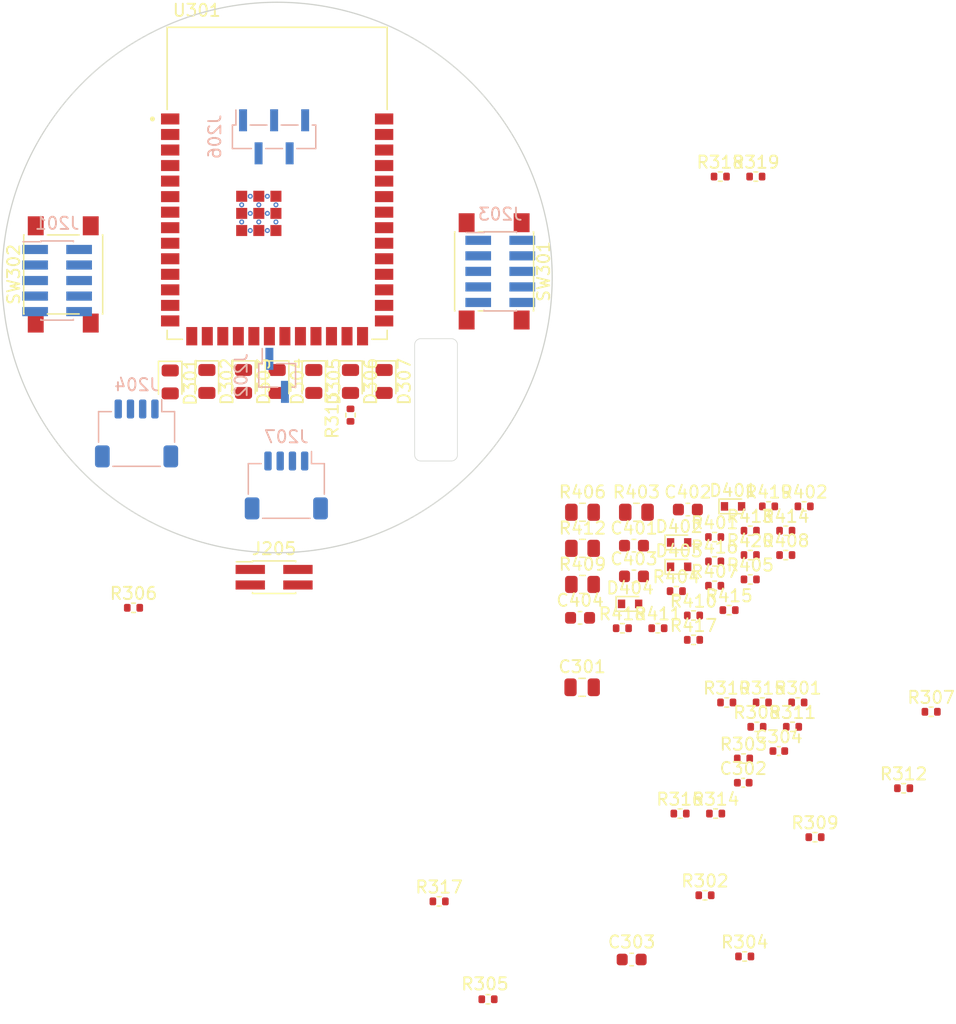
<source format=kicad_pcb>
(kicad_pcb (version 20211014) (generator pcbnew)
  (layers (0 "F.Cu" signal) (31 "B.Cu" signal) (34 "B.Paste" user) (35 "F.Paste" user) (36 "B.SilkS" user "B.Silkscreen") (37 "F.SilkS" user "F.Silkscreen") (38 "B.Mask" user) (39 "F.Mask" user) (44 "Edge.Cuts" user))
  (net 0 "")
  (net 1 "+3.3V")
  (net 2 "/P3 ESP32/CHIP_PU")
  (net 3 "/P3 ESP32/BOOT{slash}USER1")
  (net 4 "Cell1ADC")
  (net 5 "Cell2ADC")
  (net 6 "Cell3ADC")
  (net 7 "Cell4ADC")
  (net 12 "I2C_SDA")
  (net 13 "USBPD_INT_N")
  (net 14 "BQ_CHRG_OK")
  (net 15 "I2C_SCL")
  (net 16 "+3V3")
  (net 26 "C_USB_D+")
  (net 27 "C_USB_D-")
  (net 36 "BQ_IBAT")
  (net 37 "BQ_IADPT")
  (net 38 "BQ_CMPOUT")
  (net 39 "BQ_EN_OTG")
  (net 40 "MAINLED_PWM")
  (net 41 "GND")
  (net 42 "MAINLED_nFTL")
  (net 43 "UART_TXDO")
  (net 44 "UART_RXDO")
  (net 45 "/P3 ESP32/LED0")
  (net 46 "/P3 ESP32/L0a")
  (net 47 "/P3 ESP32/LED1")
  (net 48 "/P3 ESP32/L1a")
  (net 49 "/P3 ESP32/LED2")
  (net 50 "/P3 ESP32/L2a")
  (net 51 "/P3 ESP32/LED3")
  (net 52 "/P3 ESP32/L3a")
  (net 53 "/P3 ESP32/LED4")
  (net 54 "/P3 ESP32/L4a")
  (net 55 "/P3 ESP32/LED5")
  (net 56 "/P3 ESP32/L5a")
  (net 57 "/P3 ESP32/LED6")
  (net 58 "/P3 ESP32/L6a")
  (net 59 "Cell4")
  (net 60 "Cell3")
  (net 61 "Cell2")
  (net 62 "Cell1")
  (net 63 "/P3 ESP32/USB_D+")
  (net 64 "/P3 ESP32/USB_D-")
  (net 65 "/P3 ESP32/Select 1")
  (net 66 "/P3 ESP32/Select 2")
  (net 67 "/P3 ESP32/Select 3")
  (net 68 "Cell4Balance")
  (net 69 "/P4 Batsense-Balancing/nCell4Balance")
  (net 70 "Net-(Q402-PadD)")
  (net 71 "Cell3Balance")
  (net 72 "/P4 Batsense-Balancing/nCell3Balance")
  (net 73 "Net-(Q404-PadD)")
  (net 74 "Cell2Balance")
  (net 75 "/P4 Batsense-Balancing/nCell2Balance")
  (net 76 "Net-(Q406-PadD)")
  (net 77 "Cell1Balance")
  (net 78 "/P4 Batsense-Balancing/nCell1Balance")
  (net 79 "Net-(Q408-PadD)")
  (footprint "Capacitor_SMD:C_0603_1608Metric" (layer "F.Cu") (at 179.19 121.92)
    (fp_text reference "C401" (at 0 -1.43) (layer "F.SilkS"))
    (fp_text value "1u")
    (pad "1" smd roundrect (at -0.775 0) (size 0.9 0.95) (layers "F.Cu" "F.Paste" "F.Mask") (net 4 "Cell1ADC"))
    (pad "2" smd roundrect (at 0.775 0) (size 0.9 0.95) (layers "F.Cu" "F.Paste" "F.Mask") (net 41 "GND"))
  )
  (footprint "Resistor_SMD:R_0805_2012Metric" (layer "F.Cu") (at 179.39 119.19)
    (fp_text reference "R403" (at 0 -1.65) (layer "F.SilkS"))
    (fp_text value "100R")
    (pad "1" smd roundrect (at -0.9125 0) (size 1.025 1.4) (layers "F.Cu" "F.Paste" "F.Mask") (roundrect_rratio 0.243902) (net 70 "Net-(Q402-PadD)"))
    (pad "2" smd roundrect (at 0.9125 0) (size 1.025 1.4) (layers "F.Cu" "F.Paste" "F.Mask") (roundrect_rratio 0.243902) (net 60 "Cell3"))
  )
  (footprint "Resistor_SMD:R_0402_1005Metric" (layer "F.Cu") (at 184.06 127.63)
    (fp_text reference "R410" (at 0 -1.17) (layer "F.SilkS"))
    (fp_text value "10k")
    (pad "1" smd roundrect (at -0.51 0) (size 0.54 0.64) (layers "F.Cu" "F.Paste" "F.Mask") (net 77 "Cell1Balance"))
    (pad "2" smd roundrect (at 0.51 0) (size 0.54 0.64) (layers "F.Cu" "F.Paste" "F.Mask") (net 41 "GND"))
  )
  (footprint "Resistor_SMD:R_0402_1005Metric" (layer "F.Cu") (at 194 145.75)
    (fp_text reference "R309" (at 0 -1.17) (layer "F.SilkS"))
    (fp_text value "240R")
    (pad "1" smd roundrect (at -0.51 0) (size 0.54 0.64) (layers "F.Cu" "F.Paste" "F.Mask") (net 1 "+3.3V"))
    (pad "2" smd roundrect (at 0.51 0) (size 0.54 0.64) (layers "F.Cu" "F.Paste" "F.Mask") (net 48 "/P3 ESP32/L1a"))
  )
  (footprint "Resistor_SMD:R_0402_1005Metric" (layer "F.Cu") (at 178.24 128.67)
    (fp_text reference "R418" (at 0 -1.17) (layer "F.SilkS"))
    (fp_text value "10k")
    (pad "1" smd roundrect (at -0.51 0) (size 0.54 0.64) (layers "F.Cu" "F.Paste" "F.Mask") (net 6 "Cell3ADC"))
    (pad "2" smd roundrect (at 0.51 0) (size 0.54 0.64) (layers "F.Cu" "F.Paste" "F.Mask") (net 41 "GND"))
  )
  (footprint "Diode_SMD:D_SOD-523" (layer "F.Cu") (at 182.885 121.66)
    (fp_text reference "D402" (at 0 -1.3) (layer "F.SilkS"))
    (fp_text value "3v3")
    (pad "1" smd rect (at -0.7 0 180) (size 0.6 0.7) (layers "F.Cu" "F.Paste" "F.Mask") (net 41 "GND"))
    (pad "2" smd rect (at 0.7 0 180) (size 0.6 0.7) (layers "F.Cu" "F.Paste" "F.Mask") (net 5 "Cell2ADC"))
  )
  (footprint "LED_SMD:LED_0805_2012Metric" (layer "F.Cu") (at 150 108.5 -90)
    (fp_text reference "D304" (at 0 -1.65 -90) (layer "F.SilkS"))
    (fp_text value "GREEN LED")
    (pad "1" smd roundrect (at -0.9375 0 270) (size 0.975 1.4) (layers "F.Cu" "F.Paste" "F.Mask") (net 51 "/P3 ESP32/LED3"))
    (pad "2" smd roundrect (at 0.9375 0 270) (size 0.975 1.4) (layers "F.Cu" "F.Paste" "F.Mask") (net 52 "/P3 ESP32/L3a"))
  )
  (footprint "Capacitor_SMD:C_0805_2012Metric" (layer "F.Cu") (at 174.95 133.5)
    (fp_text reference "C301" (at 0 -1.68) (layer "F.SilkS"))
    (fp_text value "10u")
    (pad "1" smd roundrect (at -0.95 0) (size 1 1.45) (layers "F.Cu" "F.Paste" "F.Mask") (net 1 "+3.3V"))
    (pad "2" smd roundrect (at 0.95 0) (size 1 1.45) (layers "F.Cu" "F.Paste" "F.Mask") (net 41 "GND"))
  )
  (footprint "Resistor_SMD:R_0402_1005Metric" (layer "F.Cu") (at 189.16 91.75)
    (fp_text reference "R319" (at 0 -1.17) (layer "F.SilkS"))
    (fp_text value "5k1")
    (pad "1" smd roundrect (at -0.51 0) (size 0.54 0.64) (layers "F.Cu" "F.Paste" "F.Mask") (net 1 "+3.3V"))
    (pad "2" smd roundrect (at 0.51 0) (size 0.54 0.64) (layers "F.Cu" "F.Paste" "F.Mask") (net 15 "I2C_SCL"))
  )
  (footprint "Resistor_SMD:R_0402_1005Metric" (layer "F.Cu") (at 186.78 134.74)
    (fp_text reference "R310" (at 0 -1.17) (layer "F.SilkS"))
    (fp_text value "240R")
    (pad "1" smd roundrect (at -0.51 0) (size 0.54 0.64) (layers "F.Cu" "F.Paste" "F.Mask") (net 1 "+3.3V"))
    (pad "2" smd roundrect (at 0.51 0) (size 0.54 0.64) (layers "F.Cu" "F.Paste" "F.Mask") (net 50 "/P3 ESP32/L2a"))
  )
  (footprint "Resistor_SMD:R_0402_1005Metric" (layer "F.Cu") (at 185 150.5)
    (fp_text reference "R302" (at 0 -1.17) (layer "F.SilkS"))
    (fp_text value "100k")
    (pad "1" smd roundrect (at -0.51 0) (size 0.54 0.64) (layers "F.Cu" "F.Paste" "F.Mask") (net 1 "+3.3V"))
    (pad "2" smd roundrect (at 0.51 0) (size 0.54 0.64) (layers "F.Cu" "F.Paste" "F.Mask") (net 3 "/P3 ESP32/BOOT{slash}USER1"))
  )
  (footprint "Resistor_SMD:R_0402_1005Metric" (layer "F.Cu") (at 188.15 139.32)
    (fp_text reference "R303" (at 0 -1.17) (layer "F.SilkS"))
    (fp_text value "JMP")
    (pad "1" smd roundrect (at -0.51 0) (size 0.54 0.64) (layers "F.Cu" "F.Paste" "F.Mask") (net 63 "/P3 ESP32/USB_D+"))
    (pad "2" smd roundrect (at 0.51 0) (size 0.54 0.64) (layers "F.Cu" "F.Paste" "F.Mask") (net 26 "C_USB_D+"))
  )
  (footprint "Resistor_SMD:R_0402_1005Metric" (layer "F.Cu") (at 185.79 123.21)
    (fp_text reference "R416" (at 0 -1.17) (layer "F.SilkS"))
    (fp_text value "19k1")
    (pad "1" smd roundrect (at -0.51 0) (size 0.54 0.64) (layers "F.Cu" "F.Paste" "F.Mask") (net 5 "Cell2ADC"))
    (pad "2" smd roundrect (at 0.51 0) (size 0.54 0.64) (layers "F.Cu" "F.Paste" "F.Mask") (net 41 "GND"))
  )
  (footprint "Resistor_SMD:R_0402_1005Metric" (layer "F.Cu") (at 203.5 135.5)
    (fp_text reference "R307" (at 0 -1.17) (layer "F.SilkS"))
    (fp_text value "100k")
    (pad "1" smd roundrect (at -0.51 0) (size 0.54 0.64) (layers "F.Cu" "F.Paste" "F.Mask") (net 67 "/P3 ESP32/Select 3"))
    (pad "2" smd roundrect (at 0.51 0) (size 0.54 0.64) (layers "F.Cu" "F.Paste" "F.Mask") (net 41 "GND"))
  )
  (footprint "Button_Switch_SMD:SW_Push_1P1T_NO_6x6mm_H9.5mm" (layer "F.Cu") (at 167.75 99.5 -90)
    (fp_text reference "SW301" (at 0 -4.05 90) (layer "F.SilkS"))
    (fp_text value "SW_Push")
    (pad "1" smd rect (at 3.975 -2.25 270) (size 1.55 1.3) (layers "F.Cu" "F.Paste" "F.Mask") (net 41 "GND"))
    (pad "1" smd rect (at -3.975 -2.25 270) (size 1.55 1.3) (layers "F.Cu" "F.Paste" "F.Mask") (net 41 "GND"))
    (pad "2" smd rect (at 3.975 2.25 270) (size 1.55 1.3) (layers "F.Cu" "F.Paste" "F.Mask") (net 2 "/P3 ESP32/CHIP_PU"))
    (pad "2" smd rect (at -3.975 2.25 270) (size 1.55 1.3) (layers "F.Cu" "F.Paste" "F.Mask") (net 2 "/P3 ESP32/CHIP_PU"))
  )
  (footprint "Diode_SMD:D_SOD-523" (layer "F.Cu") (at 182.885 123.65)
    (fp_text reference "D403" (at 0 -1.3) (layer "F.SilkS"))
    (fp_text value "3v3")
    (pad "1" smd rect (at -0.7 0 180) (size 0.6 0.7) (layers "F.Cu" "F.Paste" "F.Mask") (net 41 "GND"))
    (pad "2" smd rect (at 0.7 0 180) (size 0.6 0.7) (layers "F.Cu" "F.Paste" "F.Mask") (net 6 "Cell3ADC"))
  )
  (footprint "Resistor_SMD:R_0402_1005Metric" (layer "F.Cu") (at 163.25 151)
    (fp_text reference "R317" (at 0 -1.17) (layer "F.SilkS"))
    (fp_text value "DNP")
    (pad "1" smd roundrect (at -0.51 0) (size 0.54 0.64) (layers "F.Cu" "F.Paste" "F.Mask") (net 1 "+3.3V"))
    (pad "2" smd roundrect (at 0.51 0) (size 0.54 0.64) (layers "F.Cu" "F.Paste" "F.Mask") (net 67 "/P3 ESP32/Select 3"))
  )
  (footprint "Resistor_SMD:R_0402_1005Metric" (layer "F.Cu") (at 185.79 125.2)
    (fp_text reference "R407" (at 0 -1.17) (layer "F.SilkS"))
    (fp_text value "10k")
    (pad "1" smd roundrect (at -0.51 0) (size 0.54 0.64) (layers "F.Cu" "F.Paste" "F.Mask") (net 74 "Cell2Balance"))
    (pad "2" smd roundrect (at 0.51 0) (size 0.54 0.64) (layers "F.Cu" "F.Paste" "F.Mask") (net 41 "GND"))
  )
  (footprint "Resistor_SMD:R_0402_1005Metric" (layer "F.Cu") (at 193.11 118.71)
    (fp_text reference "R402" (at 0 -1.17) (layer "F.SilkS"))
    (fp_text value "10k")
    (pad "1" smd roundrect (at -0.51 0) (size 0.54 0.64) (layers "F.Cu" "F.Paste" "F.Mask") (net 59 "Cell4"))
    (pad "2" smd roundrect (at 0.51 0) (size 0.54 0.64) (layers "F.Cu" "F.Paste" "F.Mask") (net 69 "/P4 Batsense-Balancing/nCell4Balance"))
  )
  (footprint "LED_SMD:LED_0805_2012Metric" (layer "F.Cu") (at 153 108.5 -90)
    (fp_text reference "D305" (at 0 -1.65 -90) (layer "F.SilkS"))
    (fp_text value "GREEN LED")
    (pad "1" smd roundrect (at -0.9375 0 270) (size 0.975 1.4) (layers "F.Cu" "F.Paste" "F.Mask") (net 53 "/P3 ESP32/LED4"))
    (pad "2" smd roundrect (at 0.9375 0 270) (size 0.975 1.4) (layers "F.Cu" "F.Paste" "F.Mask") (net 54 "/P3 ESP32/L4a"))
  )
  (footprint "Resistor_SMD:R_0805_2012Metric" (layer "F.Cu") (at 174.98 119.19)
    (fp_text reference "R406" (at 0 -1.65) (layer "F.SilkS"))
    (fp_text value "100R")
    (pad "1" smd roundrect (at -0.9125 0) (size 1.025 1.4) (layers "F.Cu" "F.Paste" "F.Mask") (roundrect_rratio 0.243902) (net 73 "Net-(Q404-PadD)"))
    (pad "2" smd roundrect (at 0.9125 0) (size 1.025 1.4) (layers "F.Cu" "F.Paste" "F.Mask") (roundrect_rratio 0.243902) (net 61 "Cell2"))
  )
  (footprint "Imported:XCVR_ESP32-S3-WROOM-1" (layer "F.Cu") (at 150 92.3)
    (fp_text reference "U301" (at -6.575 -14.135) (layer "F.SilkS"))
    (fp_text value "ESP32-S3-WROOM-1")
    (pad "1" smd rect (at -8.75 -5.26) (size 1.5 0.9) (layers "F.Cu" "F.Paste" "F.Mask") (net 41 "GND"))
    (pad "2" smd rect (at -8.75 -3.99) (size 1.5 0.9) (layers "F.Cu" "F.Paste" "F.Mask") (net 1 "+3.3V"))
    (pad "3" smd rect (at -8.75 -2.72) (size 1.5 0.9) (layers "F.Cu" "F.Paste" "F.Mask") (net 2 "/P3 ESP32/CHIP_PU"))
    (pad "4" smd rect (at -8.75 -1.45) (size 1.5 0.9) (layers "F.Cu" "F.Paste" "F.Mask") (net 4 "Cell1ADC"))
    (pad "5" smd rect (at -8.75 -0.18) (size 1.5 0.9) (layers "F.Cu" "F.Paste" "F.Mask") (net 5 "Cell2ADC"))
    (pad "6" smd rect (at -8.75 1.09) (size 1.5 0.9) (layers "F.Cu" "F.Paste" "F.Mask") (net 6 "Cell3ADC"))
    (pad "7" smd rect (at -8.75 2.36) (size 1.5 0.9) (layers "F.Cu" "F.Paste" "F.Mask") (net 7 "Cell4ADC"))
    (pad "8" smd rect (at -8.75 3.63) (size 1.5 0.9) (layers "F.Cu" "F.Paste" "F.Mask"))
    (pad "9" smd rect (at -8.75 4.9) (size 1.5 0.9) (layers "F.Cu" "F.Paste" "F.Mask"))
    (pad "10" smd rect (at -8.75 6.17) (size 1.5 0.9) (layers "F.Cu" "F.Paste" "F.Mask"))
    (pad "11" smd rect (at -8.75 7.44) (size 1.5 0.9) (layers "F.Cu" "F.Paste" "F.Mask"))
    (pad "12" smd rect (at -8.75 8.71) (size 1.5 0.9) (layers "F.Cu" "F.Paste" "F.Mask") (net 38 "BQ_CMPOUT"))
    (pad "13" smd rect (at -8.75 9.98) (size 1.5 0.9) (layers "F.Cu" "F.Paste" "F.Mask") (net 64 "/P3 ESP32/USB_D-"))
    (pad "14" smd rect (at -8.75 11.25) (size 1.5 0.9) (layers "F.Cu" "F.Paste" "F.Mask") (net 63 "/P3 ESP32/USB_D+"))
    (pad "15" smd rect (at -6.985 12.5) (size 0.9 1.5) (layers "F.Cu" "F.Paste" "F.Mask") (net 67 "/P3 ESP32/Select 3"))
    (pad "16" smd rect (at -5.715 12.5) (size 0.9 1.5) (layers "F.Cu" "F.Paste" "F.Mask") (net 66 "/P3 ESP32/Select 2"))
    (pad "17" smd rect (at -4.445 12.5) (size 0.9 1.5) (layers "F.Cu" "F.Paste" "F.Mask"))
    (pad "18" smd rect (at -3.175 12.5) (size 0.9 1.5) (layers "F.Cu" "F.Paste" "F.Mask"))
    (pad "19" smd rect (at -1.905 12.5) (size 0.9 1.5) (layers "F.Cu" "F.Paste" "F.Mask"))
    (pad "20" smd rect (at -0.635 12.5) (size 0.9 1.5) (layers "F.Cu" "F.Paste" "F.Mask"))
    (pad "21" smd rect (at 0.635 12.5) (size 0.9 1.5) (layers "F.Cu" "F.Paste" "F.Mask"))
    (pad "22" smd rect (at 1.905 12.5) (size 0.9 1.5) (layers "F.Cu" "F.Paste" "F.Mask"))
    (pad "23" smd rect (at 3.175 12.5) (size 0.9 1.5) (layers "F.Cu" "F.Paste" "F.Mask"))
    (pad "24" smd rect (at 4.445 12.5) (size 0.9 1.5) (layers "F.Cu" "F.Paste" "F.Mask"))
    (pad "25" smd rect (at 5.715 12.5) (size 0.9 1.5) (layers "F.Cu" "F.Paste" "F.Mask"))
    (pad "26" smd rect (at 6.985 12.5) (size 0.9 1.5) (layers "F.Cu" "F.Paste" "F.Mask") (net 65 "/P3 ESP32/Select 1"))
    (pad "27" smd rect (at 8.75 11.25) (size 1.5 0.9) (layers "F.Cu" "F.Paste" "F.Mask") (net 3 "/P3 ESP32/BOOT{slash}USER1"))
    (pad "28" smd rect (at 8.75 9.98) (size 1.5 0.9) (layers "F.Cu" "F.Paste" "F.Mask"))
    (pad "29" smd rect (at 8.75 8.71) (size 1.5 0.9) (layers "F.Cu" "F.Paste" "F.Mask"))
    (pad "30" smd rect (at 8.75 7.44) (size 1.5 0.9) (layers "F.Cu" "F.Paste" "F.Mask"))
    (pad "31" smd rect (at 8.75 6.17) (size 1.5 0.9) (layers "F.Cu" "F.Paste" "F.Mask"))
    (pad "32" smd rect (at 8.75 4.9) (size 1.5 0.9) (layers "F.Cu" "F.Paste" "F.Mask"))
    (pad "33" smd rect (at 8.75 3.63) (size 1.5 0.9) (layers "F.Cu" "F.Paste" "F.Mask"))
    (pad "34" smd rect (at 8.75 2.36) (size 1.5 0.9) (layers "F.Cu" "F.Paste" "F.Mask"))
    (pad "35" smd rect (at 8.75 1.09) (size 1.5 0.9) (layers "F.Cu" "F.Paste" "F.Mask"))
    (pad "36" smd rect (at 8.75 -0.18) (size 1.5 0.9) (layers "F.Cu" "F.Paste" "F.Mask") (net 44 "UART_RXDO"))
    (pad "37" smd rect (at 8.75 -1.45) (size 1.5 0.9) (layers "F.Cu" "F.Paste" "F.Mask") (net 43 "UART_TXDO"))
    (pad "38" smd rect (at 8.75 -2.72) (size 1.5 0.9) (layers "F.Cu" "F.Paste" "F.Mask") (net 37 "BQ_IADPT"))
    (pad "39" smd rect (at 8.75 -3.99) (size 1.5 0.9) (layers "F.Cu" "F.Paste" "F.Mask") (net 36 "BQ_IBAT"))
    (pad "40" smd rect (at 8.75 -5.26) (size 1.5 0.9) (layers "F.Cu" "F.Paste" "F.Mask") (net 41 "GND"))
    (pad "41_1" smd rect (at -1.5 2.46) (size 0.9 0.9) (layers "F.Cu" "F.Paste" "F.Mask") (net 41 "GND"))
    (pad "41_2" smd rect (at -2.9 2.46) (size 0.9 0.9) (layers "F.Cu" "F.Paste" "F.Mask") (net 41 "GND"))
    (pad "41_3" smd rect (at -0.1 2.46) (size 0.9 0.9) (layers "F.Cu" "F.Paste" "F.Mask") (net 41 "GND"))
    (pad "41_4" smd rect (at -2.9 3.86) (size 0.9 0.9) (layers "F.Cu" "F.Paste" "F.Mask") (net 41 "GND"))
    (pad "41_5" smd rect (at -1.5 3.86) (size 0.9 0.9) (layers "F.Cu" "F.Paste" "F.Mask") (net 41 "GND"))
    (pad "41_6" smd rect (at -0.1 3.86) (size 0.9 0.9) (layers "F.Cu" "F.Paste" "F.Mask") (net 41 "GND"))
    (pad "41_7" smd rect (at -2.9 1.06) (size 0.9 0.9) (layers "F.Cu" "F.Paste" "F.Mask") (net 41 "GND"))
    (pad "41_8" smd rect (at -1.5 1.06) (size 0.9 0.9) (layers "F.Cu" "F.Paste" "F.Mask") (net 41 "GND"))
    (pad "41_9" smd rect (at -0.1 1.06) (size 0.9 0.9) (layers "F.Cu" "F.Paste" "F.Mask") (net 41 "GND"))
    (pad "41_10" thru_hole circle (at -1.5 1.76) (size 0.4 0.4) (drill 0.2) (layers *.Cu))
    (pad "41_11" thru_hole circle (at -2.9 1.76) (size 0.4 0.4) (drill 0.2) (layers *.Cu))
    (pad "41_12" thru_hole circle (at -0.1 1.76) (size 0.4 0.4) (drill 0.2) (layers *.Cu))
    (pad "41_13" thru_hole circle (at -2.9 3.16) (size 0.4 0.4) (drill 0.2) (layers *.Cu))
    (pad "41_14" thru_hole circle (at -1.5 3.16) (size 0.4 0.4) (drill 0.2) (layers *.Cu))
    (pad "41_15" thru_hole circle (at -0.1 3.16) (size 0.4 0.4) (drill 0.2) (layers *.Cu))
    (pad "41_16" thru_hole circle (at -2.2 1.06) (size 0.4 0.4) (drill 0.2) (layers *.Cu))
    (pad "41_17" thru_hole circle (at -0.8 1.06) (size 0.4 0.4) (drill 0.2) (layers *.Cu))
    (pad "41_18" thru_hole circle (at -2.2 2.46) (size 0.4 0.4) (drill 0.2) (layers *.Cu))
    (pad "41_19" thru_hole circle (at -0.8 2.46) (size 0.4 0.4) (drill 0.2) (layers *.Cu))
    (pad "41_20" thru_hole circle (at -2.2 3.86) (size 0.4 0.4) (drill 0.2) (layers *.Cu))
    (pad "41_21" thru_hole circle (at -0.8 3.86) (size 0.4 0.4) (drill 0.2) (layers *.Cu))
  )
  (footprint "Connector_PinHeader_1.27mm:PinHeader_2x02_P1.27mm_Vertical_SMD" (layer "F.Cu") (at 149.75 124.5)
    (fp_text reference "J205" (at 0 -2.33) (layer "F.SilkS"))
    (fp_text value "DNP")
    (pad "1" smd rect (at -1.95 -0.635) (size 2.4 0.74) (layers "F.Cu" "F.Paste" "F.Mask") (net 16 "+3V3"))
    (pad "2" smd rect (at 1.95 -0.635) (size 2.4 0.74) (layers "F.Cu" "F.Paste" "F.Mask") (net 44 "UART_RXDO"))
    (pad "3" smd rect (at -1.95 0.635) (size 2.4 0.74) (layers "F.Cu" "F.Paste" "F.Mask") (net 43 "UART_TXDO"))
    (pad "4" smd rect (at 1.95 0.635) (size 2.4 0.74) (layers "F.Cu" "F.Paste" "F.Mask") (net 41 "GND"))
  )
  (footprint "Resistor_SMD:R_0402_1005Metric" (layer "F.Cu") (at 182.65 125.64)
    (fp_text reference "R404" (at 0 -1.17) (layer "F.SilkS"))
    (fp_text value "10k")
    (pad "1" smd roundrect (at -0.51 0) (size 0.54 0.64) (layers "F.Cu" "F.Paste" "F.Mask") (net 71 "Cell3Balance"))
    (pad "2" smd roundrect (at 0.51 0) (size 0.54 0.64) (layers "F.Cu" "F.Paste" "F.Mask") (net 41 "GND"))
  )
  (footprint "Resistor_SMD:R_0402_1005Metric" (layer "F.Cu") (at 191.61 122.69)
    (fp_text reference "R408" (at 0 -1.17) (layer "F.SilkS"))
    (fp_text value "10k")
    (pad "1" smd roundrect (at -0.51 0) (size 0.54 0.64) (layers "F.Cu" "F.Paste" "F.Mask") (net 61 "Cell2"))
    (pad "2" smd roundrect (at 0.51 0) (size 0.54 0.64) (layers "F.Cu" "F.Paste" "F.Mask") (net 75 "/P4 Batsense-Balancing/nCell2Balance"))
  )
  (footprint "Resistor_SMD:R_0805_2012Metric" (layer "F.Cu") (at 174.98 122.14)
    (fp_text reference "R412" (at 0 -1.65) (layer "F.SilkS"))
    (fp_text value "100R")
    (pad "1" smd roundrect (at -0.9125 0) (size 1.025 1.4) (layers "F.Cu" "F.Paste" "F.Mask") (roundrect_rratio 0.243902) (net 79 "Net-(Q408-PadD)"))
    (pad "2" smd roundrect (at 0.9125 0) (size 1.025 1.4) (layers "F.Cu" "F.Paste" "F.Mask") (roundrect_rratio 0.243902) (net 41 "GND"))
  )
  (footprint "Button_Switch_SMD:SW_Push_1P1T_NO_6x6mm_H9.5mm" (layer "F.Cu") (at 132.5 99.75 90)
    (fp_text reference "SW302" (at 0 -4.05 90) (layer "F.SilkS"))
    (fp_text value "SW_Push")
    (pad "1" smd rect (at -3.975 -2.25 90) (size 1.55 1.3) (layers "F.Cu" "F.Paste" "F.Mask") (net 41 "GND"))
    (pad "1" smd rect (at 3.975 -2.25 90) (size 1.55 1.3) (layers "F.Cu" "F.Paste" "F.Mask") (net 41 "GND"))
    (pad "2" smd rect (at 3.975 2.25 90) (size 1.55 1.3) (layers "F.Cu" "F.Paste" "F.Mask") (net 3 "/P3 ESP32/BOOT{slash}USER1"))
    (pad "2" smd rect (at -3.975 2.25 90) (size 1.55 1.3) (layers "F.Cu" "F.Paste" "F.Mask") (net 3 "/P3 ESP32/BOOT{slash}USER1"))
  )
  (footprint "Diode_SMD:D_SOD-523" (layer "F.Cu") (at 178.875 126.68)
    (fp_text reference "D404" (at 0 -1.3) (layer "F.SilkS"))
    (fp_text value "3v3")
    (pad "1" smd rect (at -0.7 0 180) (size 0.6 0.7) (layers "F.Cu" "F.Paste" "F.Mask") (net 41 "GND"))
    (pad "2" smd rect (at 0.7 0 180) (size 0.6 0.7) (layers "F.Cu" "F.Paste" "F.Mask") (net 7 "Cell4ADC"))
  )
  (footprint "Resistor_SMD:R_0402_1005Metric" (layer "F.Cu") (at 188.7 122.69)
    (fp_text reference "R420" (at 0 -1.17) (layer "F.SilkS"))
    (fp_text value "10k")
    (pad "1" smd roundrect (at -0.51 0) (size 0.54 0.64) (layers "F.Cu" "F.Paste" "F.Mask") (net 7 "Cell4ADC"))
    (pad "2" smd roundrect (at 0.51 0) (size 0.54 0.64) (layers "F.Cu" "F.Paste" "F.Mask") (net 41 "GND"))
  )
  (footprint "Resistor_SMD:R_0402_1005Metric" (layer "F.Cu") (at 167.25 159)
    (fp_text reference "R305" (at -0.25 -1.25) (layer "F.SilkS"))
    (fp_text value "100k")
    (pad "1" smd roundrect (at -0.51 0) (size 0.54 0.64) (layers "F.Cu" "F.Paste" "F.Mask") (net 65 "/P3 ESP32/Select 1"))
    (pad "2" smd roundrect (at 0.51 0) (size 0.54 0.64) (layers "F.Cu" "F.Paste" "F.Mask") (net 41 "GND"))
  )
  (footprint "Capacitor_SMD:C_0603_1608Metric" (layer "F.Cu") (at 179 155.75)
    (fp_text reference "C303" (at 0 -1.43) (layer "F.SilkS"))
    (fp_text value "1u")
    (pad "1" smd roundrect (at -0.775 0) (size 0.9 0.95) (layers "F.Cu" "F.Paste" "F.Mask") (net 2 "/P3 ESP32/CHIP_PU"))
    (pad "2" smd roundrect (at 0.775 0) (size 0.9 0.95) (layers "F.Cu" "F.Paste" "F.Mask") (net 41 "GND"))
  )
  (footprint "Resistor_SMD:R_0402_1005Metric" (layer "F.Cu") (at 190.2 118.71)
    (fp_text reference "R419" (at 0 -1.17) (layer "F.SilkS"))
    (fp_text value "10k")
    (pad "1" smd roundrect (at -0.51 0) (size 0.54 0.64) (layers "F.Cu" "F.Paste" "F.Mask") (net 59 "Cell4"))
    (pad "2" smd roundrect (at 0.51 0) (size 0.54 0.64) (layers "F.Cu" "F.Paste" "F.Mask") (net 7 "Cell4ADC"))
  )
  (footprint "LED_SMD:LED_0805_2012Metric" (layer "F.Cu") (at 141.25 108.5375 -90)
    (fp_text reference "D301" (at 0 -1.65 -90) (layer "F.SilkS"))
    (fp_text value "RED LED")
    (pad "1" smd roundrect (at -0.9375 0 270) (size 0.975 1.4) (layers "F.Cu" "F.Paste" "F.Mask") (net 45 "/P3 ESP32/LED0"))
    (pad "2" smd roundrect (at 0.9375 0 270) (size 0.975 1.4) (layers "F.Cu" "F.Paste" "F.Mask") (net 46 "/P3 ESP32/L0a"))
  )
  (footprint "Diode_SMD:D_SOD-523" (layer "F.Cu") (at 187.295 118.71)
    (fp_text reference "D401" (at 0 -1.3) (layer "F.SilkS"))
    (fp_text value "3v3")
    (pad "1" smd rect (at -0.7 0 180) (size 0.6 0.7) (layers "F.Cu" "F.Paste" "F.Mask") (net 41 "GND"))
    (pad "2" smd rect (at 0.7 0 180) (size 0.6 0.7) (layers "F.Cu" "F.Paste" "F.Mask") (net 4 "Cell1ADC"))
  )
  (footprint "Resistor_SMD:R_0402_1005Metric" (layer "F.Cu") (at 185.87 143.82)
    (fp_text reference "R314" (at 0 -1.17) (layer "F.SilkS"))
    (fp_text value "240R")
    (pad "1" smd roundrect (at -0.51 0) (size 0.54 0.64) (layers "F.Cu" "F.Paste" "F.Mask") (net 1 "+3.3V"))
    (pad "2" smd roundrect (at 0.51 0) (size 0.54 0.64) (layers "F.Cu" "F.Paste" "F.Mask") (net 58 "/P3 ESP32/L6a"))
  )
  (footprint "Resistor_SMD:R_0805_2012Metric" (layer "F.Cu") (at 174.98 125.09)
    (fp_text reference "R409" (at 0 -1.65) (layer "F.SilkS"))
    (fp_text value "100R")
    (pad "1" smd roundrect (at -0.9125 0) (size 1.025 1.4) (layers "F.Cu" "F.Paste" "F.Mask") (roundrect_rratio 0.243902) (net 76 "Net-(Q406-PadD)"))
    (pad "2" smd roundrect (at 0.9125 0) (size 1.025 1.4) (layers "F.Cu" "F.Paste" "F.Mask") (roundrect_rratio 0.243902) (net 62 "Cell1"))
  )
  (footprint "LED_SMD:LED_0805_2012Metric" (layer "F.Cu") (at 144.25 108.5 -90)
    (fp_text reference "D302" (at 0 -1.65 -90) (layer "F.SilkS"))
    (fp_text value "ORANGE LED")
    (pad "1" smd roundrect (at -0.9375 0 270) (size 0.975 1.4) (layers "F.Cu" "F.Paste" "F.Mask") (net 47 "/P3 ESP32/LED1"))
    (pad "2" smd roundrect (at 0.9375 0 270) (size 0.975 1.4) (layers "F.Cu" "F.Paste" "F.Mask") (net 48 "/P3 ESP32/L1a"))
  )
  (footprint "Resistor_SMD:R_0402_1005Metric" (layer "F.Cu") (at 192.6 134.74)
    (fp_text reference "R301" (at 0 -1.17) (layer "F.SilkS"))
    (fp_text value "10k")
    (pad "1" smd roundrect (at -0.51 0) (size 0.54 0.64) (layers "F.Cu" "F.Paste" "F.Mask") (net 1 "+3.3V"))
    (pad "2" smd roundrect (at 0.51 0) (size 0.54 0.64) (layers "F.Cu" "F.Paste" "F.Mask") (net 2 "/P3 ESP32/CHIP_PU"))
  )
  (footprint "LED_SMD:LED_0805_2012Metric" (layer "F.Cu") (at 158.75 108.5 -90)
    (fp_text reference "D307" (at 0 -1.65 -90) (layer "F.SilkS"))
    (fp_text value "GREEN LED")
    (pad "1" smd roundrect (at -0.9375 0 270) (size 0.975 1.4) (layers "F.Cu" "F.Paste" "F.Mask") (net 57 "/P3 ESP32/LED6"))
    (pad "2" smd roundrect (at 0.9375 0 270) (size 0.975 1.4) (layers "F.Cu" "F.Paste" "F.Mask") (net 58 "/P3 ESP32/L6a"))
  )
  (footprint "Capacitor_SMD:C_0603_1608Metric" (layer "F.Cu") (at 179.19 124.43)
    (fp_text reference "C403" (at 0 -1.43) (layer "F.SilkS"))
    (fp_text value "1u")
    (pad "1" smd roundrect (at -0.775 0) (size 0.9 0.95) (layers "F.Cu" "F.Paste" "F.Mask") (net 6 "Cell3ADC"))
    (pad "2" smd roundrect (at 0.775 0) (size 0.9 0.95) (layers "F.Cu" "F.Paste" "F.Mask") (net 41 "GND"))
  )
  (footprint "Resistor_SMD:R_0402_1005Metric" (layer "F.Cu") (at 182.96 143.82)
    (fp_text reference "R316" (at 0 -1.17) (layer "F.SilkS"))
    (fp_text value "DNP")
    (pad "1" smd roundrect (at -0.51 0) (size 0.54 0.64) (layers "F.Cu" "F.Paste" "F.Mask") (net 1 "+3.3V"))
    (pad "2" smd roundrect (at 0.51 0) (size 0.54 0.64) (layers "F.Cu" "F.Paste" "F.Mask") (net 66 "/P3 ESP32/Select 2"))
  )
  (footprint "Resistor_SMD:R_0402_1005Metric" (layer "F.Cu") (at 138.25 127)
    (fp_text reference "R306" (at 0 -1.17) (layer "F.SilkS"))
    (fp_text value "100k")
    (pad "1" smd roundrect (at -0.51 0) (size 0.54 0.64) (layers "F.Cu" "F.Paste" "F.Mask") (net 66 "/P3 ESP32/Select 2"))
    (pad "2" smd roundrect (at 0.51 0) (size 0.54 0.64) (layers "F.Cu" "F.Paste" "F.Mask") (net 41 "GND"))
  )
  (footprint "Resistor_SMD:R_0402_1005Metric" (layer "F.Cu") (at 184.06 129.62)
    (fp_text reference "R417" (at 0 -1.17) (layer "F.SilkS"))
    (fp_text value "40k2")
    (pad "1" smd roundrect (at -0.51 0) (size 0.54 0.64) (layers "F.Cu" "F.Paste" "F.Mask") (net 60 "Cell3"))
    (pad "2" smd roundrect (at 0.51 0) (size 0.54 0.64) (layers "F.Cu" "F.Paste" "F.Mask") (net 6 "Cell3ADC"))
  )
  (footprint "Resistor_SMD:R_0402_1005Metric" (layer "F.Cu") (at 189.69 134.74)
    (fp_text reference "R315" (at 0 -1.17) (layer "F.SilkS"))
    (fp_text value "DNP")
    (pad "1" smd roundrect (at -0.51 0) (size 0.54 0.64) (layers "F.Cu" "F.Paste" "F.Mask") (net 1 "+3.3V"))
    (pad "2" smd roundrect (at 0.51 0) (size 0.54 0.64) (layers "F.Cu" "F.Paste" "F.Mask") (net 65 "/P3 ESP32/Select 1"))
  )
  (footprint "Resistor_SMD:R_0402_1005Metric" (layer "F.Cu") (at 186.25 91.75)
    (fp_text reference "R318" (at 0 -1.17) (layer "F.SilkS"))
    (fp_text value "5k1")
    (pad "1" smd roundrect (at -0.51 0) (size 0.54 0.64) (layers "F.Cu" "F.Paste" "F.Mask") (net 1 "+3.3V"))
    (pad "2" smd roundrect (at 0.51 0) (size 0.54 0.64) (layers "F.Cu" "F.Paste" "F.Mask") (net 12 "I2C_SDA"))
  )
  (footprint "Resistor_SMD:R_0402_1005Metric" (layer "F.Cu") (at 192.16 136.73)
    (fp_text reference "R311" (at 0 -1.17) (layer "F.SilkS"))
    (fp_text value "240R")
    (pad "1" smd roundrect (at -0.51 0) (size 0.54 0.64) (layers "F.Cu" "F.Paste" "F.Mask") (net 1 "+3.3V"))
    (pad "2" smd roundrect (at 0.51 0) (size 0.54 0.64) (layers "F.Cu" "F.Paste" "F.Mask") (net 52 "/P3 ESP32/L3a"))
  )
  (footprint "Resistor_SMD:R_0402_1005Metric" (layer "F.Cu") (at 189.25 136.73)
    (fp_text reference "R308" (at 0 -1.17) (layer "F.SilkS"))
    (fp_text value "240R")
    (pad "1" smd roundrect (at -0.51 0) (size 0.54 0.64) (layers "F.Cu" "F.Paste" "F.Mask") (net 1 "+3.3V"))
    (pad "2" smd roundrect (at 0.51 0) (size 0.54 0.64) (layers "F.Cu" "F.Paste" "F.Mask") (net 46 "/P3 ESP32/L0a"))
  )
  (footprint "Resistor_SMD:R_0402_1005Metric" (layer "F.Cu") (at 201.25 141.75)
    (fp_text reference "R312" (at 0 -1.17) (layer "F.SilkS"))
    (fp_text value "240R")
    (pad "1" smd roundrect (at -0.51 0) (size 0.54 0.64) (layers "F.Cu" "F.Paste" "F.Mask") (net 1 "+3.3V"))
    (pad "2" smd roundrect (at 0.51 0) (size 0.54 0.64) (layers "F.Cu" "F.Paste" "F.Mask") (net 54 "/P3 ESP32/L4a"))
  )
  (footprint "Capacitor_SMD:C_0402_1005Metric" (layer "F.Cu") (at 191.04 138.71)
    (fp_text reference "C304" (at 0 -1.16) (layer "F.SilkS"))
    (fp_text value "100n")
    (pad "1" smd roundrect (at -0.48 0) (size 0.56 0.62) (layers "F.Cu" "F.Paste" "F.Mask") (net 41 "GND"))
    (pad "2" smd roundrect (at 0.48 0) (size 0.56 0.62) (layers "F.Cu" "F.Paste" "F.Mask") (net 3 "/P3 ESP32/BOOT{slash}USER1"))
  )
  (footprint "Resistor_SMD:R_0402_1005Metric" (layer "F.Cu") (at 181.15 128.67)
    (fp_text reference "R411" (at 0 -1.17) (layer "F.SilkS"))
    (fp_text value "10k")
    (pad "1" smd roundrect (at -0.51 0) (size 0.54 0.64) (layers "F.Cu" "F.Paste" "F.Mask") (net 62 "Cell1"))
    (pad "2" smd roundrect (at 0.51 0) (size 0.54 0.64) (layers "F.Cu" "F.Paste" "F.Mask") (net 78 "/P4 Batsense-Balancing/nCell1Balance"))
  )
  (footprint "Capacitor_SMD:C_0603_1608Metric" (layer "F.Cu") (at 174.78 127.82)
    (fp_text reference "C404" (at 0 -1.43) (layer "F.SilkS"))
    (fp_text value "1u")
    (pad "1" smd roundrect (at -0.775 0) (size 0.9 0.95) (layers "F.Cu" "F.Paste" "F.Mask") (net 7 "Cell4ADC"))
    (pad "2" smd roundrect (at 0.775 0) (size 0.9 0.95) (layers "F.Cu" "F.Paste" "F.Mask") (net 41 "GND"))
  )
  (footprint "LED_SMD:LED_0805_2012Metric" (layer "F.Cu") (at 156 108.5 -90)
    (fp_text reference "D306" (at 0 -1.65 -90) (layer "F.SilkS"))
    (fp_text value "GREEN LED")
    (pad "1" smd roundrect (at -0.9375 0 270) (size 0.975 1.4) (layers "F.Cu" "F.Paste" "F.Mask") (net 55 "/P3 ESP32/LED5"))
    (pad "2" smd roundrect (at 0.9375 0 270) (size 0.975 1.4) (layers "F.Cu" "F.Paste" "F.Mask") (net 56 "/P3 ESP32/L5a"))
  )
  (footprint "Capacitor_SMD:C_0402_1005Metric" (layer "F.Cu") (at 188.13 141.3)
    (fp_text reference "C302" (at 0 -1.16) (layer "F.SilkS"))
    (fp_text value "100n")
    (pad "1" smd roundrect (at -0.48 0) (size 0.56 0.62) (layers "F.Cu" "F.Paste" "F.Mask") (net 1 "+3.3V"))
    (pad "2" smd roundrect (at 0.48 0) (size 0.56 0.62) (layers "F.Cu" "F.Paste" "F.Mask") (net 41 "GND"))
  )
  (footprint "LED_SMD:LED_0805_2012Metric" (layer "F.Cu") (at 147.25 108.5 -90)
    (fp_text reference "D303" (at 0 -1.65 -90) (layer "F.SilkS"))
    (fp_text value "GREEN LED")
    (pad "1" smd roundrect (at -0.9375 0 270) (size 0.975 1.4) (layers "F.Cu" "F.Paste" "F.Mask") (net 49 "/P3 ESP32/LED2"))
    (pad "2" smd roundrect (at 0.9375 0 270) (size 0.975 1.4) (layers "F.Cu" "F.Paste" "F.Mask") (net 50 "/P3 ESP32/L2a"))
  )
  (footprint "Resistor_SMD:R_0402_1005Metric" (layer "F.Cu") (at 156 111.25 90)
    (fp_text reference "R313" (at -0.01 -1.5 90) (layer "F.SilkS"))
    (fp_text value "240R")
    (pad "1" smd roundrect (at -0.51 0 90) (size 0.54 0.64) (layers "F.Cu" "F.Paste" "F.Mask") (net 1 "+3.3V"))
    (pad "2" smd roundrect (at 0.51 0 90) (size 0.54 0.64) (layers "F.Cu" "F.Paste" "F.Mask") (net 56 "/P3 ESP32/L5a"))
  )
  (footprint "Eldalote-footprints:USB-C cutout" (layer "F.Cu") (at 163 110 90)
    (fp_text reference "REF**")
    (fp_text value "USB-C cutout")
    (fp_poly (pts (arc (start -4.5 1.75) (mid -4.853553 1.603553) (end -5 1.25)) (arc (start -5 -1.25) (mid -4.853553 -1.603553) (end -4.5 -1.75)) (arc (start 4.5 -1.75) (mid 4.853553 -1.603553) (end 5 -1.25)) (arc (start 5 1.25) (mid 4.853553 1.603553) (end 4.5 1.75))) (layer "Edge.Cuts") (width 0.05) (fill none))
  )
  (footprint "Resistor_SMD:R_0402_1005Metric" (layer "F.Cu") (at 188.25 155.5)
    (fp_text reference "R304" (at 0 -1.17) (layer "F.SilkS"))
    (fp_text value "JMP")
    (pad "1" smd roundrect (at -0.51 0) (size 0.54 0.64) (layers "F.Cu" "F.Paste" "F.Mask") (net 64 "/P3 ESP32/USB_D-"))
    (pad "2" smd roundrect (at 0.51 0) (size 0.54 0.64) (layers "F.Cu" "F.Paste" "F.Mask") (net 27 "C_USB_D-"))
  )
  (footprint "Capacitor_SMD:C_0603_1608Metric" (layer "F.Cu") (at 183.6 118.97)
    (fp_text reference "C402" (at 0 -1.43) (layer "F.SilkS"))
    (fp_text value "1u")
    (pad "1" smd roundrect (at -0.775 0) (size 0.9 0.95) (layers "F.Cu" "F.Paste" "F.Mask") (net 5 "Cell2ADC"))
    (pad "2" smd roundrect (at 0.775 0) (size 0.9 0.95) (layers "F.Cu" "F.Paste" "F.Mask") (net 41 "GND"))
  )
  (footprint "Resistor_SMD:R_0402_1005Metric" (layer "F.Cu") (at 188.7 124.68)
    (fp_text reference "R405" (at 0 -1.17) (layer "F.SilkS"))
    (fp_text value "10k")
    (pad "1" smd roundrect (at -0.51 0) (size 0.54 0.64) (layers "F.Cu" "F.Paste" "F.Mask") (net 60 "Cell3"))
    (pad "2" smd roundrect (at 0.51 0) (size 0.54 0.64) (layers "F.Cu" "F.Paste" "F.Mask") (net 72 "/P4 Batsense-Balancing/nCell3Balance"))
  )
  (footprint "Resistor_SMD:R_0402_1005Metric" (layer "F.Cu") (at 191.61 120.7)
    (fp_text reference "R414" (at 0 -1.17) (layer "F.SilkS"))
    (fp_text value "19k1")
    (pad "1" smd roundrect (at -0.51 0) (size 0.54 0.64) (layers "F.Cu" "F.Paste" "F.Mask") (net 4 "Cell1ADC"))
    (pad "2" smd roundrect (at 0.51 0) (size 0.54 0.64) (layers "F.Cu" "F.Paste" "F.Mask") (net 41 "GND"))
  )
  (footprint "Resistor_SMD:R_0402_1005Metric" (layer "F.Cu") (at 188.7 120.7)
    (fp_text reference "R413" (at 0 -1.17) (layer "F.SilkS"))
    (fp_text value "10k")
    (pad "1" smd roundrect (at -0.51 0) (size 0.54 0.64) (layers "F.Cu" "F.Paste" "F.Mask") (net 62 "Cell1"))
    (pad "2" smd roundrect (at 0.51 0) (size 0.54 0.64) (layers "F.Cu" "F.Paste" "F.Mask") (net 4 "Cell1ADC"))
  )
  (footprint "Resistor_SMD:R_0402_1005Metric" (layer "F.Cu") (at 185.79 121.22)
    (fp_text reference "R401" (at 0 -1.17) (layer "F.SilkS"))
    (fp_text value "10k")
    (pad "1" smd roundrect (at -0.51 0) (size 0.54 0.64) (layers "F.Cu" "F.Paste" "F.Mask") (net 68 "Cell4Balance"))
    (pad "2" smd roundrect (at 0.51 0) (size 0.54 0.64) (layers "F.Cu" "F.Paste" "F.Mask") (net 41 "GND"))
  )
  (footprint "Resistor_SMD:R_0402_1005Metric" (layer "F.Cu") (at 186.97 127.19)
    (fp_text reference "R415" (at 0 -1.17) (layer "F.SilkS"))
    (fp_text value "40k2")
    (pad "1" smd roundrect (at -0.51 0) (size 0.54 0.64) (layers "F.Cu" "F.Paste" "F.Mask") (net 61 "Cell2"))
    (pad "2" smd roundrect (at 0.51 0) (size 0.54 0.64) (layers "F.Cu" "F.Paste" "F.Mask") (net 5 "Cell2ADC"))
  )
  (footprint "Connector_JST:JST_SH_SM04B-SRSS-TB_1x04-1MP_P1.00mm_Horizontal" (layer "B.Cu") (at 138.5 112.75 180)
    (fp_text reference "J204" (at 0 3.98) (layer "B.SilkS") (effects (justify mirror)))
    (fp_text value "JST_SM04B")
    (pad "1" smd roundrect (at -1.5 2 180) (size 0.6 1.55) (layers "B.Cu" "B.Paste" "B.Mask") (net 16 "+3V3"))
    (pad "2" smd roundrect (at -0.5 2 180) (size 0.6 1.55) (layers "B.Cu" "B.Paste" "B.Mask") (net 42 "MAINLED_nFTL"))
    (pad "3" smd roundrect (at 0.5 2 180) (size 0.6 1.55) (layers "B.Cu" "B.Paste" "B.Mask") (net 40 "MAINLED_PWM"))
    (pad "4" smd roundrect (at 1.5 2 180) (size 0.6 1.55) (layers "B.Cu" "B.Paste" "B.Mask") (net 41 "GND"))
    (pad "MP" smd roundrect (at -2.8 -1.875 180) (size 1.2 1.8) (layers "B.Cu" "B.Paste" "B.Mask") (roundrect_rratio 0.208333))
    (pad "MP" smd roundrect (at 2.8 -1.875 180) (size 1.2 1.8) (layers "B.Cu" "B.Paste" "B.Mask") (roundrect_rratio 0.208333))
  )
  (footprint "Connector_PinSocket_1.27mm:PinSocket_2x05_P1.27mm_Vertical_SMD" (layer "B.Cu") (at 168.25 99.5 180)
    (fp_text reference "J203" (at 0 4.675) (layer "B.SilkS") (effects (justify mirror)))
    (fp_text value "Conn_02x05")
    (pad "1" smd rect (at 1.8 2.54 180) (size 2.1 0.75) (layers "B.Cu" "B.Paste" "B.Mask") (net 16 "+3V3"))
    (pad "2" smd rect (at -1.8 2.54 180) (size 2.1 0.75) (layers "B.Cu" "B.Paste" "B.Mask") (net 16 "+3V3"))
    (pad "3" smd rect (at 1.8 1.27 180) (size 2.1 0.75) (layers "B.Cu" "B.Paste" "B.Mask") (net 36 "BQ_IBAT"))
    (pad "4" smd rect (at -1.8 1.27 180) (size 2.1 0.75) (layers "B.Cu" "B.Paste" "B.Mask") (net 39 "BQ_EN_OTG"))
    (pad "5" smd rect (at 1.8 0 180) (size 2.1 0.75) (layers "B.Cu" "B.Paste" "B.Mask") (net 41 "GND"))
    (pad "6" smd rect (at -1.8 0 180) (size 2.1 0.75) (layers "B.Cu" "B.Paste" "B.Mask") (net 41 "GND"))
    (pad "7" smd rect (at 1.8 -1.27 180) (size 2.1 0.75) (layers "B.Cu" "B.Paste" "B.Mask") (net 37 "BQ_IADPT"))
    (pad "8" smd rect (at -1.8 -1.27 180) (size 2.1 0.75) (layers "B.Cu" "B.Paste" "B.Mask") (net 38 "BQ_CMPOUT"))
    (pad "9" smd rect (at 1.8 -2.54 180) (size 2.1 0.75) (layers "B.Cu" "B.Paste" "B.Mask") (net 41 "GND"))
    (pad "10" smd rect (at -1.8 -2.54 180) (size 2.1 0.75) (layers "B.Cu" "B.Paste" "B.Mask") (net 41 "GND"))
  )
  (footprint "Connector_JST:JST_SH_SM04B-SRSS-TB_1x04-1MP_P1.00mm_Horizontal" (layer "B.Cu") (at 150.75 117 180)
    (fp_text reference "J207" (at 0 3.98) (layer "B.SilkS") (effects (justify mirror)))
    (fp_text value "JST_SM04B")
    (pad "1" smd roundrect (at -1.5 2 180) (size 0.6 1.55) (layers "B.Cu" "B.Paste" "B.Mask") (net 16 "+3V3"))
    (pad "2" smd roundrect (at -0.5 2 180) (size 0.6 1.55) (layers "B.Cu" "B.Paste" "B.Mask") (net 12 "I2C_SDA"))
    (pad "3" smd roundrect (at 0.5 2 180) (size 0.6 1.55) (layers "B.Cu" "B.Paste" "B.Mask") (net 15 "I2C_SCL"))
    (pad "4" smd roundrect (at 1.5 2 180) (size 0.6 1.55) (layers "B.Cu" "B.Paste" "B.Mask") (net 41 "GND"))
    (pad "MP" smd roundrect (at 2.8 -1.875 180) (size 1.2 1.8) (layers "B.Cu" "B.Paste" "B.Mask") (roundrect_rratio 0.208333))
    (pad "MP" smd roundrect (at -2.8 -1.875 180) (size 1.2 1.8) (layers "B.Cu" "B.Paste" "B.Mask") (roundrect_rratio 0.208333))
  )
  (footprint "Connector_PinSocket_1.27mm:PinSocket_2x05_P1.27mm_Vertical_SMD" (layer "B.Cu") (at 132 100.25 180)
    (fp_text reference "J201" (at 0 4.675) (layer "B.SilkS") (effects (justify mirror)))
    (fp_text value "Conn_02x05")
    (pad "1" smd rect (at 1.8 2.54 180) (size 2.1 0.75) (layers "B.Cu" "B.Paste" "B.Mask") (net 16 "+3V3"))
    (pad "2" smd rect (at -1.8 2.54 180) (size 2.1 0.75) (layers "B.Cu" "B.Paste" "B.Mask") (net 16 "+3V3"))
    (pad "3" smd rect (at 1.8 1.27 180) (size 2.1 0.75) (layers "B.Cu" "B.Paste" "B.Mask") (net 12 "I2C_SDA"))
    (pad "4" smd rect (at -1.8 1.27 180) (size 2.1 0.75) (layers "B.Cu" "B.Paste" "B.Mask") (net 15 "I2C_SCL"))
    (pad "5" smd rect (at 1.8 0 180) (size 2.1 0.75) (layers "B.Cu" "B.Paste" "B.Mask") (net 41 "GND"))
    (pad "6" smd rect (at -1.8 0 180) (size 2.1 0.75) (layers "B.Cu" "B.Paste" "B.Mask") (net 41 "GND"))
    (pad "7" smd rect (at 1.8 -1.27 180) (size 2.1 0.75) (layers "B.Cu" "B.Paste" "B.Mask") (net 13 "USBPD_INT_N"))
    (pad "8" smd rect (at -1.8 -1.27 180) (size 2.1 0.75) (layers "B.Cu" "B.Paste" "B.Mask") (net 14 "BQ_CHRG_OK"))
    (pad "9" smd rect (at 1.8 -2.54 180) (size 2.1 0.75) (layers "B.Cu" "B.Paste" "B.Mask") (net 41 "GND"))
    (pad "10" smd rect (at -1.8 -2.54 180) (size 2.1 0.75) (layers "B.Cu" "B.Paste" "B.Mask") (net 41 "GND"))
  )
  (footprint "Connector_PinSocket_1.27mm:PinSocket_1x02_P1.27mm_Vertical_SMD_Pin1Left" (layer "B.Cu") (at 150 108 -90)
    (fp_text reference "J202" (at 0 2.945 90) (layer "B.SilkS") (effects (justify mirror)))
    (fp_text value "Conn_01x02")
    (pad "1" smd rect (at -1.35 0.635 270) (size 1.8 0.65) (layers "B.Cu" "B.Paste" "B.Mask") (net 26 "C_USB_D+"))
    (pad "2" smd rect (at 1.35 -0.635 270) (size 1.8 0.65) (layers "B.Cu" "B.Paste" "B.Mask") (net 27 "C_USB_D-"))
  )
  (footprint "Connector_PinSocket_1.27mm:PinSocket_1x05_P1.27mm_Vertical_SMD_Pin1Left" (layer "B.Cu") (at 149.75 88.5 -90)
    (fp_text reference "J206" (at 0 4.85 90) (layer "B.SilkS") (effects (justify mirror)))
    (fp_text value "1x05 female")
    (pad "1" smd rect (at -1.35 2.54 270) (size 1.8 0.65) (layers "B.Cu" "B.Paste" "B.Mask") (net 59 "Cell4"))
    (pad "2" smd rect (at 1.35 1.27 270) (size 1.8 0.65) (layers "B.Cu" "B.Paste" "B.Mask") (net 60 "Cell3"))
    (pad "3" smd rect (at -1.35 0 270) (size 1.8 0.65) (layers "B.Cu" "B.Paste" "B.Mask") (net 61 "Cell2"))
    (pad "4" smd rect (at 1.35 -1.27 270) (size 1.8 0.65) (layers "B.Cu" "B.Paste" "B.Mask") (net 62 "Cell1"))
    (pad "5" smd rect (at -1.35 -2.54 270) (size 1.8 0.65) (layers "B.Cu" "B.Paste" "B.Mask") (net 41 "GND"))
  )
  (gr_circle (center 150 100) (end 172.5 100) (layer "Edge.Cuts") (width 0.1) (fill none))
)
</source>
